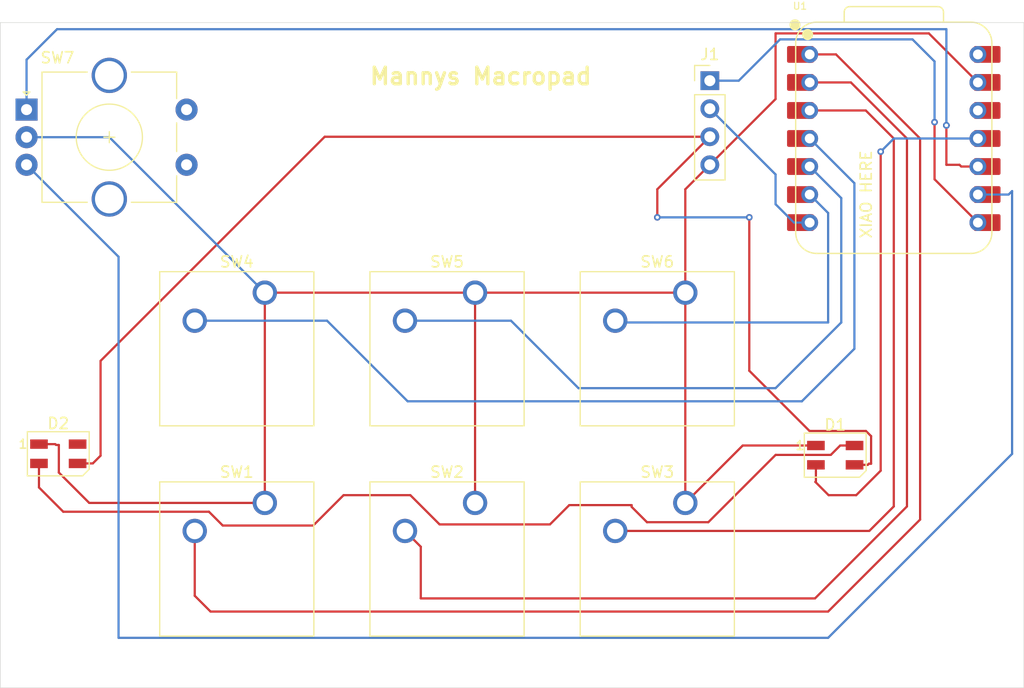
<source format=kicad_pcb>
(kicad_pcb (version 20241229) (generator "pcbnew") (generator_version "9.0")
  (layers (0 "F.Cu" signal) (2 "B.Cu" signal) (13 "F.Paste" user) (15 "B.Paste" user) (5 "F.SilkS" user "F.Silkscreen") (7 "B.SilkS" user "B.Silkscreen") (1 "F.Mask" user) (3 "B.Mask" user) (25 "Edge.Cuts" user))
  (net 0 "")
  (net 1 "VCC")
  (net 2 "GND")
  (net 3 "Net-(D1-DIN)")
  (net 4 "Net-(D1-DOUT)")
  (net 5 "Net-(J1-Pin_1)")
  (net 6 "Net-(J1-Pin_2)")
  (net 7 "Net-(U1-GPIO26{slash}ADC0{slash}A0)")
  (net 8 "Net-(U1-GPIO27{slash}ADC1{slash}A1)")
  (net 9 "Net-(U1-GPIO28{slash}ADC2{slash}A2)")
  (net 10 "Net-(U1-GPIO29{slash}ADC3{slash}A3)")
  (net 11 "Net-(U1-GPIO6{slash}SDA)")
  (net 12 "Net-(U1-GPIO7{slash}SCL)")
  (net 13 "Net-(U1-GPIO2{slash}SCK)")
  (net 14 "Net-(U1-GPIO4{slash}MISO)")
  (net 15 "+5V")
  (footprint "Rotary_Encoder:RotaryEncoder_Alps_EC11E-Switch_Vertical_H20mm_CircularMountingHoles" (layer "F.Cu") (at 85.725 37.8625)
    (property "Reference" "SW7" (at 2.8 -4.7 0) (layer "F.SilkS"))
    (property "Value" "RotaryEncoder")
    (fp_line (start -0.3 -1.6) (end 0.3 -1.6) (stroke (width 0.12)) (layer "F.SilkS"))
    (fp_line (start 0 -1.3) (end -0.3 -1.6) (stroke (width 0.12)) (layer "F.SilkS"))
    (fp_line (start 0.3 -1.6) (end 0 -1.3) (stroke (width 0.12)) (layer "F.SilkS"))
    (fp_line (start 1.4 -3.4) (end 1.4 8.4) (stroke (width 0.12)) (layer "F.SilkS"))
    (fp_line (start 5.5 -3.4) (end 1.4 -3.4) (stroke (width 0.12)) (layer "F.SilkS"))
    (fp_line (start 5.5 8.4) (end 1.4 8.4) (stroke (width 0.12)) (layer "F.SilkS"))
    (fp_line (start 7 2.5) (end 8 2.5) (stroke (width 0.12)) (layer "F.SilkS"))
    (fp_line (start 7.5 2) (end 7.5 3) (stroke (width 0.12)) (layer "F.SilkS"))
    (fp_line (start 9.5 -3.4) (end 13.6 -3.4) (stroke (width 0.12)) (layer "F.SilkS"))
    (fp_line (start 13.6 -3.4) (end 13.6 -1) (stroke (width 0.12)) (layer "F.SilkS"))
    (fp_line (start 13.6 1.2) (end 13.6 3.8) (stroke (width 0.12)) (layer "F.SilkS"))
    (fp_line (start 13.6 6) (end 13.6 8.4) (stroke (width 0.12)) (layer "F.SilkS"))
    (fp_line (start 13.6 8.4) (end 9.5 8.4) (stroke (width 0.12)) (layer "F.SilkS"))
    (fp_circle (center 7.5 2.5) (end 10.5 2.5) (stroke (width 0.12)) (fill no) (layer "F.SilkS"))
    (pad "A" thru_hole rect (at 0 0) (size 2 2) (drill 1) (layers "*.Cu" "*.Mask") (net 14 "Net-(U1-GPIO4{slash}MISO)"))
    (pad "B" thru_hole circle (at 0 5) (size 2 2) (drill 1) (layers "*.Cu" "*.Mask") (net 13 "Net-(U1-GPIO2{slash}SCK)"))
    (pad "C" thru_hole circle (at 0 2.5) (size 2 2) (drill 1) (layers "*.Cu" "*.Mask") (net 2 "GND"))
    (pad "MP" thru_hole circle (at 7.5 -3.1) (size 3.2 3.2) (drill 2.6) (layers "*.Cu" "*.Mask"))
    (pad "MP" thru_hole circle (at 7.5 8.1) (size 3.2 3.2) (drill 2.6) (layers "*.Cu" "*.Mask"))
    (pad "S1" thru_hole circle (at 14.5 5) (size 2 2) (drill 1) (layers "*.Cu" "*.Mask"))
    (pad "S2" thru_hole circle (at 14.5 0) (size 2 2) (drill 1) (layers "*.Cu" "*.Mask"))
  )
  (footprint "Button_Switch_Keyboard:SW_Cherry_MX_1.00u_PCB" (layer "F.Cu") (at 145.415 73.50125)
    (property "Reference" "SW3" (at -2.54 -2.794 0) (layer "F.SilkS"))
    (property "Value" "SW_Push")
    (fp_line (start -9.525 -1.905) (end 4.445 -1.905) (stroke (width 0.12)) (layer "F.SilkS"))
    (fp_line (start -9.525 12.065) (end -9.525 -1.905) (stroke (width 0.12)) (layer "F.SilkS"))
    (fp_line (start 4.445 -1.905) (end 4.445 12.065) (stroke (width 0.12)) (layer "F.SilkS"))
    (fp_line (start 4.445 12.065) (end -9.525 12.065) (stroke (width 0.12)) (layer "F.SilkS"))
    (pad "" np_thru_hole circle (at -7.62 5.08) (size 1.7 1.7) (drill 1.7) (layers "*.Cu" "*.Mask"))
    (pad "" np_thru_hole circle (at -2.54 5.08) (size 4 4) (drill 4) (layers "*.Cu" "*.Mask"))
    (pad "" np_thru_hole circle (at 2.54 5.08) (size 1.7 1.7) (drill 1.7) (layers "*.Cu" "*.Mask"))
    (pad "1" thru_hole circle (at 0 0) (size 2.2 2.2) (drill 1.5) (layers "*.Cu" "*.Mask") (net 2 "GND"))
    (pad "2" thru_hole circle (at -6.35 2.54) (size 2.2 2.2) (drill 1.5) (layers "*.Cu" "*.Mask") (net 9 "Net-(U1-GPIO28{slash}ADC2{slash}A2)"))
  )
  (footprint "Button_Switch_Keyboard:SW_Cherry_MX_1.00u_PCB" (layer "F.Cu") (at 145.415 54.45125)
    (property "Reference" "SW6" (at -2.54 -2.794 0) (layer "F.SilkS"))
    (property "Value" "SW_Push")
    (fp_line (start -9.525 -1.905) (end 4.445 -1.905) (stroke (width 0.12)) (layer "F.SilkS"))
    (fp_line (start -9.525 12.065) (end -9.525 -1.905) (stroke (width 0.12)) (layer "F.SilkS"))
    (fp_line (start 4.445 -1.905) (end 4.445 12.065) (stroke (width 0.12)) (layer "F.SilkS"))
    (fp_line (start 4.445 12.065) (end -9.525 12.065) (stroke (width 0.12)) (layer "F.SilkS"))
    (pad "" np_thru_hole circle (at -7.62 5.08) (size 1.7 1.7) (drill 1.7) (layers "*.Cu" "*.Mask"))
    (pad "" np_thru_hole circle (at -2.54 5.08) (size 4 4) (drill 4) (layers "*.Cu" "*.Mask"))
    (pad "" np_thru_hole circle (at 2.54 5.08) (size 1.7 1.7) (drill 1.7) (layers "*.Cu" "*.Mask"))
    (pad "1" thru_hole circle (at 0 0) (size 2.2 2.2) (drill 1.5) (layers "*.Cu" "*.Mask") (net 2 "GND"))
    (pad "2" thru_hole circle (at -6.35 2.54) (size 2.2 2.2) (drill 1.5) (layers "*.Cu" "*.Mask") (net 12 "Net-(U1-GPIO7{slash}SCL)"))
  )
  (footprint "LED_SMD:LED_SK6812MINI_PLCC4_3.5x3.5mm_P1.75mm" (layer "F.Cu") (at 159 69.175)
    (property "Reference" "D1" (at 0 -2.75 0) (layer "F.SilkS"))
    (property "Value" "SK6812")
    (fp_line (start -2.8 -2) (end -2.8 2) (stroke (width 0.12)) (layer "F.SilkS"))
    (fp_line (start -2.8 -2) (end 2.8 -2) (stroke (width 0.12)) (layer "F.SilkS"))
    (fp_line (start -2.8 2) (end 2.2 2) (stroke (width 0.12)) (layer "F.SilkS"))
    (fp_line (start 2.8 1.4) (end 2.2 2) (stroke (width 0.12)) (layer "F.SilkS"))
    (fp_line (start 2.8 1.4) (end 2.8 -2) (stroke (width 0.12)) (layer "F.SilkS"))
    (fp_text user "1" (at -3.2 -0.875 0) (layer "F.SilkS") (effects (font (size 0.8 0.8))))
    (pad "1" smd rect (at -1.75 -0.875) (size 1.6 0.85) (layers "F.Cu" "F.Mask" "F.Paste") (net 2 "GND"))
    (pad "2" smd rect (at -1.75 0.875) (size 1.6 0.85) (layers "F.Cu" "F.Mask" "F.Paste") (net 3 "Net-(D1-DIN)"))
    (pad "3" smd rect (at 1.75 0.875) (size 1.6 0.85) (layers "F.Cu" "F.Mask" "F.Paste") (net 1 "VCC"))
    (pad "4" smd rect (at 1.75 -0.875) (size 1.6 0.85) (layers "F.Cu" "F.Mask" "F.Paste") (net 4 "Net-(D1-DOUT)"))
  )
  (footprint "Button_Switch_Keyboard:SW_Cherry_MX_1.00u_PCB" (layer "F.Cu") (at 107.315 73.50125)
    (property "Reference" "SW1" (at -2.54 -2.794 0) (layer "F.SilkS"))
    (property "Value" "SW_Push")
    (fp_line (start -9.525 -1.905) (end 4.445 -1.905) (stroke (width 0.12)) (layer "F.SilkS"))
    (fp_line (start -9.525 12.065) (end -9.525 -1.905) (stroke (width 0.12)) (layer "F.SilkS"))
    (fp_line (start 4.445 -1.905) (end 4.445 12.065) (stroke (width 0.12)) (layer "F.SilkS"))
    (fp_line (start 4.445 12.065) (end -9.525 12.065) (stroke (width 0.12)) (layer "F.SilkS"))
    (pad "" np_thru_hole circle (at -7.62 5.08) (size 1.7 1.7) (drill 1.7) (layers "*.Cu" "*.Mask"))
    (pad "" np_thru_hole circle (at -2.54 5.08) (size 4 4) (drill 4) (layers "*.Cu" "*.Mask"))
    (pad "" np_thru_hole circle (at 2.54 5.08) (size 1.7 1.7) (drill 1.7) (layers "*.Cu" "*.Mask"))
    (pad "1" thru_hole circle (at 0 0) (size 2.2 2.2) (drill 1.5) (layers "*.Cu" "*.Mask") (net 2 "GND"))
    (pad "2" thru_hole circle (at -6.35 2.54) (size 2.2 2.2) (drill 1.5) (layers "*.Cu" "*.Mask") (net 7 "Net-(U1-GPIO26{slash}ADC0{slash}A0)"))
  )
  (footprint "Button_Switch_Keyboard:SW_Cherry_MX_1.00u_PCB" (layer "F.Cu") (at 126.365 54.45125)
    (property "Reference" "SW5" (at -2.54 -2.794 0) (layer "F.SilkS"))
    (property "Value" "SW_Push")
    (fp_line (start -9.525 -1.905) (end 4.445 -1.905) (stroke (width 0.12)) (layer "F.SilkS"))
    (fp_line (start -9.525 12.065) (end -9.525 -1.905) (stroke (width 0.12)) (layer "F.SilkS"))
    (fp_line (start 4.445 -1.905) (end 4.445 12.065) (stroke (width 0.12)) (layer "F.SilkS"))
    (fp_line (start 4.445 12.065) (end -9.525 12.065) (stroke (width 0.12)) (layer "F.SilkS"))
    (pad "" np_thru_hole circle (at -7.62 5.08) (size 1.7 1.7) (drill 1.7) (layers "*.Cu" "*.Mask"))
    (pad "" np_thru_hole circle (at -2.54 5.08) (size 4 4) (drill 4) (layers "*.Cu" "*.Mask"))
    (pad "" np_thru_hole circle (at 2.54 5.08) (size 1.7 1.7) (drill 1.7) (layers "*.Cu" "*.Mask"))
    (pad "1" thru_hole circle (at 0 0) (size 2.2 2.2) (drill 1.5) (layers "*.Cu" "*.Mask") (net 2 "GND"))
    (pad "2" thru_hole circle (at -6.35 2.54) (size 2.2 2.2) (drill 1.5) (layers "*.Cu" "*.Mask") (net 11 "Net-(U1-GPIO6{slash}SDA)"))
  )
  (footprint "OPL Lib:XIAO-RP2040-DIP" (layer "F.Cu") (at 164.30625 40.48125)
    (property "Reference" "U1" (at -8.5 -12 0) (layer "F.SilkS") (effects (font (size 0.635 0.635) (thickness 0.1016))))
    (property "Value" "XIAO-RP2040-DIP")
    (fp_line (start -8.89 8.509) (end -8.89 -8.636) (stroke (width 0.127)) (layer "F.SilkS"))
    (fp_line (start -6.985 10.414) (end 6.985 10.414) (stroke (width 0.127)) (layer "F.SilkS"))
    (fp_line (start -4.495 -10.541) (end -4.491272 -11.451272) (stroke (width 0.127)) (layer "F.SilkS"))
    (fp_line (start -3.991272 -11.951) (end 4.004 -11.951) (stroke (width 0.127)) (layer "F.SilkS"))
    (fp_line (start 4.504 -11.451) (end 4.504 -10.541) (stroke (width 0.127)) (layer "F.SilkS"))
    (fp_line (start 6.985 -10.541) (end -6.985 -10.541) (stroke (width 0.1)) (layer "F.SilkS"))
    (fp_line (start 6.985 -10.541) (end -6.985 -10.541) (stroke (width 0.127)) (layer "F.SilkS"))
    (fp_line (start 8.89 8.509) (end 8.89 -8.636) (stroke (width 0.127)) (layer "F.SilkS"))
    (fp_arc (start -8.89 -8.636) (mid -8.332038 -9.983038) (end -6.985 -10.541) (stroke (width 0.127)) (layer "F.SilkS"))
    (fp_arc (start -6.985 10.414) (mid -8.332038 9.856038) (end -8.89 8.509) (stroke (width 0.127)) (layer "F.SilkS"))
    (fp_arc (start -4.491272 -11.451272) (mid -4.344728 -11.80464) (end -3.991272 -11.951) (stroke (width 0.127)) (layer "F.SilkS"))
    (fp_arc (start 4.004 -11.951) (mid 4.357553 -11.804553) (end 4.504 -11.451) (stroke (width 0.127)) (layer "F.SilkS"))
    (fp_arc (start 6.985 -10.541) (mid 8.332038 -9.983038) (end 8.89 -8.636) (stroke (width 0.127)) (layer "F.SilkS"))
    (fp_arc (start 8.89 8.509) (mid 8.332038 9.856038) (end 6.985 10.414) (stroke (width 0.127)) (layer "F.SilkS"))
    (fp_circle (center -8.95 -10.3) (end -8.95 -10.554) (stroke (width 0.5)) (fill yes) (layer "F.SilkS"))
    (fp_circle (center -7.807 -9.42) (end -7.807 -9.674) (stroke (width 0.5)) (fill yes) (layer "F.SilkS"))
    (pad "1" smd roundrect (at -8.455 -7.62 180) (size 2.432 1.524) (layers "F.Cu" "F.Mask") (roundrect_rratio 0.1) (net 7 "Net-(U1-GPIO26{slash}ADC0{slash}A0)"))
    (pad "1" thru_hole circle (at -7.62 -7.62 180) (size 1.524 1.524) (drill 0.889) (layers "*.Cu" "*.Mask") (net 7 "Net-(U1-GPIO26{slash}ADC0{slash}A0)"))
    (pad "2" smd roundrect (at -8.455 -5.08 180) (size 2.432 1.524) (layers "F.Cu" "F.Mask") (roundrect_rratio 0.1) (net 8 "Net-(U1-GPIO27{slash}ADC1{slash}A1)"))
    (pad "2" thru_hole circle (at -7.62 -5.08 180) (size 1.524 1.524) (drill 0.889) (layers "*.Cu" "*.Mask") (net 8 "Net-(U1-GPIO27{slash}ADC1{slash}A1)"))
    (pad "3" smd roundrect (at -8.455 -2.54 180) (size 2.432 1.524) (layers "F.Cu" "F.Mask") (roundrect_rratio 0.1) (net 9 "Net-(U1-GPIO28{slash}ADC2{slash}A2)"))
    (pad "3" thru_hole circle (at -7.62 -2.54 180) (size 1.524 1.524) (drill 0.889) (layers "*.Cu" "*.Mask") (net 9 "Net-(U1-GPIO28{slash}ADC2{slash}A2)"))
    (pad "4" smd roundrect (at -8.455 0 180) (size 2.432 1.524) (layers "F.Cu" "F.Mask") (roundrect_rratio 0.1) (net 10 "Net-(U1-GPIO29{slash}ADC3{slash}A3)"))
    (pad "4" thru_hole circle (at -7.62 0 180) (size 1.524 1.524) (drill 0.889) (layers "*.Cu" "*.Mask") (net 10 "Net-(U1-GPIO29{slash}ADC3{slash}A3)"))
    (pad "5" smd roundrect (at -8.455 2.54 180) (size 2.432 1.524) (layers "F.Cu" "F.Mask") (roundrect_rratio 0.1) (net 11 "Net-(U1-GPIO6{slash}SDA)"))
    (pad "5" thru_hole circle (at -7.62 2.54 180) (size 1.524 1.524) (drill 0.889) (layers "*.Cu" "*.Mask") (net 11 "Net-(U1-GPIO6{slash}SDA)"))
    (pad "6" smd roundrect (at -8.455 5.08 180) (size 2.432 1.524) (layers "F.Cu" "F.Mask") (roundrect_rratio 0.1) (net 12 "Net-(U1-GPIO7{slash}SCL)"))
    (pad "6" thru_hole circle (at -7.62 5.08 180) (size 1.524 1.524) (drill 0.889) (layers "*.Cu" "*.Mask") (net 12 "Net-(U1-GPIO7{slash}SCL)"))
    (pad "7" smd roundrect (at -8.455 7.62 180) (size 2.432 1.524) (layers "F.Cu" "F.Mask") (roundrect_rratio 0.1) (net 6 "Net-(J1-Pin_2)"))
    (pad "7" thru_hole circle (at -7.62 7.62 180) (size 1.524 1.524) (drill 0.889) (layers "*.Cu" "*.Mask") (net 6 "Net-(J1-Pin_2)"))
    (pad "8" thru_hole circle (at 7.62 7.62) (size 1.524 1.524) (drill 0.889) (layers "*.Cu" "*.Mask") (net 5 "Net-(J1-Pin_1)"))
    (pad "8" smd roundrect (at 8.455 7.62) (size 2.432 1.524) (layers "F.Cu" "F.Mask") (roundrect_rratio 0.1) (net 5 "Net-(J1-Pin_1)"))
    (pad "9" thru_hole circle (at 7.62 5.08) (size 1.524 1.524) (drill 0.889) (layers "*.Cu" "*.Mask") (net 13 "Net-(U1-GPIO2{slash}SCK)"))
    (pad "9" smd roundrect (at 8.455 5.08) (size 2.432 1.524) (layers "F.Cu" "F.Mask") (roundrect_rratio 0.1) (net 13 "Net-(U1-GPIO2{slash}SCK)"))
    (pad "10" thru_hole circle (at 7.62 2.54) (size 1.524 1.524) (drill 0.889) (layers "*.Cu" "*.Mask") (net 14 "Net-(U1-GPIO4{slash}MISO)"))
    (pad "10" smd roundrect (at 8.455 2.54) (size 2.432 1.524) (layers "F.Cu" "F.Mask") (roundrect_rratio 0.1) (net 14 "Net-(U1-GPIO4{slash}MISO)"))
    (pad "11" thru_hole circle (at 7.62 0) (size 1.524 1.524) (drill 0.889) (layers "*.Cu" "*.Mask") (net 3 "Net-(D1-DIN)"))
    (pad "11" smd roundrect (at 8.455 0) (size 2.432 1.524) (layers "F.Cu" "F.Mask") (roundrect_rratio 0.1) (net 3 "Net-(D1-DIN)"))
    (pad "12" thru_hole circle (at 7.62 -2.54) (size 1.524 1.524) (drill 0.889) (layers "*.Cu" "*.Mask"))
    (pad "12" smd roundrect (at 8.455 -2.54) (size 2.432 1.524) (layers "F.Cu" "F.Mask") (roundrect_rratio 0.1))
    (pad "13" thru_hole circle (at 7.62 -5.08) (size 1.524 1.524) (drill 0.889) (layers "*.Cu" "*.Mask") (net 2 "GND"))
    (pad "13" smd roundrect (at 8.455 -5.08) (size 2.432 1.524) (layers "F.Cu" "F.Mask") (roundrect_rratio 0.1) (net 2 "GND"))
    (pad "14" thru_hole circle (at 7.62 -7.62) (size 1.524 1.524) (drill 0.889) (layers "*.Cu" "*.Mask") (net 15 "+5V"))
    (pad "14" smd roundrect (at 8.455 -7.62) (size 2.432 1.524) (layers "F.Cu" "F.Mask") (roundrect_rratio 0.1) (net 15 "+5V"))
  )
  (footprint "LED_SMD:LED_SK6812MINI_PLCC4_3.5x3.5mm_P1.75mm" (layer "F.Cu") (at 88.6 69.05)
    (property "Reference" "D2" (at 0 -2.75 0) (layer "F.SilkS"))
    (property "Value" "SK6812")
    (fp_line (start -2.8 -2) (end -2.8 2) (stroke (width 0.12)) (layer "F.SilkS"))
    (fp_line (start -2.8 -2) (end 2.8 -2) (stroke (width 0.12)) (layer "F.SilkS"))
    (fp_line (start -2.8 2) (end 2.2 2) (stroke (width 0.12)) (layer "F.SilkS"))
    (fp_line (start 2.8 1.4) (end 2.2 2) (stroke (width 0.12)) (layer "F.SilkS"))
    (fp_line (start 2.8 1.4) (end 2.8 -2) (stroke (width 0.12)) (layer "F.SilkS"))
    (fp_text user "1" (at -3.2 -0.875 0) (layer "F.SilkS") (effects (font (size 0.8 0.8))))
    (pad "1" smd rect (at -1.75 -0.875) (size 1.6 0.85) (layers "F.Cu" "F.Mask" "F.Paste") (net 2 "GND"))
    (pad "2" smd rect (at -1.75 0.875) (size 1.6 0.85) (layers "F.Cu" "F.Mask" "F.Paste") (net 4 "Net-(D1-DOUT)"))
    (pad "3" smd rect (at 1.75 0.875) (size 1.6 0.85) (layers "F.Cu" "F.Mask" "F.Paste") (net 1 "VCC"))
    (pad "4" smd rect (at 1.75 -0.875) (size 1.6 0.85) (layers "F.Cu" "F.Mask" "F.Paste"))
  )
  (footprint "Connector_PinHeader_2.54mm:PinHeader_1x04_P2.54mm_Vertical" (layer "F.Cu") (at 147.6375 35.2425)
    (property "Reference" "J1" (at 0 -2.38 0) (layer "F.SilkS"))
    (property "Value" "OLED_DISPLAY")
    (fp_line (start -1.38 -1.38) (end 0 -1.38) (stroke (width 0.12)) (layer "F.SilkS"))
    (fp_line (start -1.38 0) (end -1.38 -1.38) (stroke (width 0.12)) (layer "F.SilkS"))
    (fp_line (start -1.38 1.27) (end -1.38 9) (stroke (width 0.12)) (layer "F.SilkS"))
    (fp_line (start -1.38 1.27) (end 1.38 1.27) (stroke (width 0.12)) (layer "F.SilkS"))
    (fp_line (start -1.38 9) (end 1.38 9) (stroke (width 0.12)) (layer "F.SilkS"))
    (fp_line (start 1.38 1.27) (end 1.38 9) (stroke (width 0.12)) (layer "F.SilkS"))
    (pad "1" thru_hole rect (at 0 0) (size 1.7 1.7) (drill 1) (layers "*.Cu" "*.Mask") (net 5 "Net-(J1-Pin_1)"))
    (pad "2" thru_hole circle (at 0 2.54) (size 1.7 1.7) (drill 1) (layers "*.Cu" "*.Mask") (net 6 "Net-(J1-Pin_2)"))
    (pad "3" thru_hole circle (at 0 5.08) (size 1.7 1.7) (drill 1) (layers "*.Cu" "*.Mask") (net 1 "VCC"))
    (pad "4" thru_hole circle (at 0 7.62) (size 1.7 1.7) (drill 1) (layers "*.Cu" "*.Mask") (net 2 "GND"))
  )
  (footprint "Button_Switch_Keyboard:SW_Cherry_MX_1.00u_PCB" (layer "F.Cu") (at 126.365 73.50125)
    (property "Reference" "SW2" (at -2.54 -2.794 0) (layer "F.SilkS"))
    (property "Value" "SW_Push")
    (fp_line (start -9.525 -1.905) (end 4.445 -1.905) (stroke (width 0.12)) (layer "F.SilkS"))
    (fp_line (start -9.525 12.065) (end -9.525 -1.905) (stroke (width 0.12)) (layer "F.SilkS"))
    (fp_line (start 4.445 -1.905) (end 4.445 12.065) (stroke (width 0.12)) (layer "F.SilkS"))
    (fp_line (start 4.445 12.065) (end -9.525 12.065) (stroke (width 0.12)) (layer "F.SilkS"))
    (pad "" np_thru_hole circle (at -7.62 5.08) (size 1.7 1.7) (drill 1.7) (layers "*.Cu" "*.Mask"))
    (pad "" np_thru_hole circle (at -2.54 5.08) (size 4 4) (drill 4) (layers "*.Cu" "*.Mask"))
    (pad "" np_thru_hole circle (at 2.54 5.08) (size 1.7 1.7) (drill 1.7) (layers "*.Cu" "*.Mask"))
    (pad "1" thru_hole circle (at 0 0) (size 2.2 2.2) (drill 1.5) (layers "*.Cu" "*.Mask") (net 2 "GND"))
    (pad "2" thru_hole circle (at -6.35 2.54) (size 2.2 2.2) (drill 1.5) (layers "*.Cu" "*.Mask") (net 8 "Net-(U1-GPIO27{slash}ADC1{slash}A1)"))
  )
  (footprint "Button_Switch_Keyboard:SW_Cherry_MX_1.00u_PCB" (layer "F.Cu") (at 107.315 54.45125)
    (property "Reference" "SW4" (at -2.54 -2.794 0) (layer "F.SilkS"))
    (property "Value" "SW_Push")
    (fp_line (start -9.525 -1.905) (end 4.445 -1.905) (stroke (width 0.12)) (layer "F.SilkS"))
    (fp_line (start -9.525 12.065) (end -9.525 -1.905) (stroke (width 0.12)) (layer "F.SilkS"))
    (fp_line (start 4.445 -1.905) (end 4.445 12.065) (stroke (width 0.12)) (layer "F.SilkS"))
    (fp_line (start 4.445 12.065) (end -9.525 12.065) (stroke (width 0.12)) (layer "F.SilkS"))
    (pad "" np_thru_hole circle (at -7.62 5.08) (size 1.7 1.7) (drill 1.7) (layers "*.Cu" "*.Mask"))
    (pad "" np_thru_hole circle (at -2.54 5.08) (size 4 4) (drill 4) (layers "*.Cu" "*.Mask"))
    (pad "" np_thru_hole circle (at 2.54 5.08) (size 1.7 1.7) (drill 1.7) (layers "*.Cu" "*.Mask"))
    (pad "1" thru_hole circle (at 0 0) (size 2.2 2.2) (drill 1.5) (layers "*.Cu" "*.Mask") (net 2 "GND"))
    (pad "2" thru_hole circle (at -6.35 2.54) (size 2.2 2.2) (drill 1.5) (layers "*.Cu" "*.Mask") (net 10 "Net-(U1-GPIO29{slash}ADC3{slash}A3)"))
  )
  (gr_rect (start 83.34375 29.97625) (end 176.09375 90.25) (stroke (width 0.05)) (fill no) (layer "Edge.Cuts"))
  (gr_text "Mannys Macropad" (at 116.68125 35.71875 0) (layer "F.SilkS") (effects (font (size 1.5 1.5) (thickness 0.3) (bold yes)) (justify left bottom)))
  (gr_text "XIAO HERE" (at 162.39 49.62 90) (layer "F.SilkS") (effects (font (size 1 1)) (justify left bottom)))
  (segment (start 151.21255 61.52505) (end 151.21255 47.626) (width 0.2) (layer "F.Cu") (net 1))
  (segment (start 162.05 69.95) (end 161.95 70.05) (width 0.2) (layer "F.Cu") (net 1))
  (segment (start 91.725 69.925) (end 90.35 69.925) (width 0.2) (layer "F.Cu") (net 1))
  (segment (start 161.95 70.05) (end 160.75 70.05) (width 0.2) (layer "F.Cu") (net 1))
  (segment (start 142.878 47.626) (end 142.878 45.082) (width 0.2) (layer "F.Cu") (net 1))
  (segment (start 162.25 67.45) (end 162.25 69.95) (width 0.2) (layer "F.Cu") (net 1))
  (segment (start 92.43125 69.21875) (end 91.725 69.925) (width 0.2) (layer "F.Cu") (net 1))
  (segment (start 156.66875 66.98125) (end 161.78125 66.98125) (width 0.2) (layer "F.Cu") (net 1))
  (segment (start 156.66875 66.98125) (end 151.21255 61.52505) (width 0.2) (layer "F.Cu") (net 1))
  (segment (start 92.43125 60.63125) (end 112.74 40.3225) (width 0.2) (layer "F.Cu") (net 1))
  (segment (start 112.74 40.3225) (end 147.6375 40.3225) (width 0.2) (layer "F.Cu") (net 1))
  (segment (start 161.78125 66.98125) (end 162.25 67.45) (width 0.2) (layer "F.Cu") (net 1))
  (segment (start 92.43125 60.63125) (end 92.43125 69.21875) (width 0.2) (layer "F.Cu") (net 1))
  (segment (start 142.878 45.082) (end 147.6375 40.3225) (width 0.2) (layer "F.Cu") (net 1))
  (segment (start 162.25 69.95) (end 162.05 69.95) (width 0.2) (layer "F.Cu") (net 1))
  (via (at 151.21255 47.626) (size 0.6) (drill 0.3) (layers "F.Cu" "B.Cu") (net 1))
  (via (at 142.878 47.626) (size 0.6) (drill 0.3) (layers "F.Cu" "B.Cu") (net 1))
  (segment (start 151.21255 47.626) (end 142.878 47.626) (width 0.2) (layer "B.Cu") (net 1))
  (segment (start 88.65 70.75) (end 88.65 68.25) (width 0.2) (layer "F.Cu") (net 2))
  (segment (start 145.415 73.50125) (end 145.415 54.45125) (width 0.2) (layer "F.Cu") (net 2))
  (segment (start 107.315 73.50125) (end 107.315 54.45125) (width 0.2) (layer "F.Cu") (net 2))
  (segment (start 107.315 54.45125) (end 126.365 54.45125) (width 0.2) (layer "F.Cu") (net 2))
  (segment (start 88.4 68.25) (end 88.325 68.175) (width 0.2) (layer "F.Cu") (net 2))
  (segment (start 91.40125 73.50125) (end 88.65 70.75) (width 0.2) (layer "F.Cu") (net 2))
  (segment (start 167.4819 30.9569) (end 171.92625 35.40125) (width 0.2) (layer "F.Cu") (net 2))
  (segment (start 107.315 73.50125) (end 91.40125 73.50125) (width 0.2) (layer "F.Cu") (net 2))
  (segment (start 145.415 54.45125) (end 145.415 45.085) (width 0.2) (layer "F.Cu") (net 2))
  (segment (start 88.325 68.175) (end 86.85 68.175) (width 0.2) (layer "F.Cu") (net 2))
  (segment (start 126.365 73.50125) (end 126.365 54.45125) (width 0.2) (layer "F.Cu") (net 2))
  (segment (start 88.65 68.25) (end 88.4 68.25) (width 0.2) (layer "F.Cu") (net 2))
  (segment (start 145.415 73.50125) (end 150.61625 68.3) (width 0.2) (layer "F.Cu") (net 2))
  (segment (start 150.61625 68.3) (end 157.25 68.3) (width 0.2) (layer "F.Cu") (net 2))
  (segment (start 147.6375 42.8625) (end 153.59385 36.90615) (width 0.2) (layer "F.Cu") (net 2))
  (segment (start 145.415 45.085) (end 147.6375 42.8625) (width 0.2) (layer "F.Cu") (net 2))
  (segment (start 153.59385 30.9569) (end 167.4819 30.9569) (width 0.2) (layer "F.Cu") (net 2))
  (segment (start 153.59385 36.90615) (end 153.59385 30.9569) (width 0.2) (layer "F.Cu") (net 2))
  (segment (start 126.365 54.45125) (end 145.415 54.45125) (width 0.2) (layer "F.Cu") (net 2))
  (segment (start 85.725 40.3625) (end 93.22625 40.3625) (width 0.2) (layer "B.Cu") (net 2))
  (segment (start 93.22625 40.3625) (end 107.315 54.45125) (width 0.2) (layer "B.Cu") (net 2))
  (segment (start 157.2 71.6) (end 157.25 71.55) (width 0.2) (layer "F.Cu") (net 3))
  (segment (start 157.25 71.55) (end 157.25 70.05) (width 0.2) (layer "F.Cu") (net 3))
  (segment (start 158.4 72.8) (end 157.2 71.6) (width 0.2) (layer "F.Cu") (net 3))
  (segment (start 160.9 72.8) (end 158.4 72.8) (width 0.2) (layer "F.Cu") (net 3))
  (segment (start 163.11905 41.67275) (end 163.11905 70.58095) (width 0.2) (layer "F.Cu") (net 3))
  (segment (start 163.11905 70.58095) (end 160.9 72.8) (width 0.2) (layer "F.Cu") (net 3))
  (via (at 163.11905 41.67275) (size 0.6) (drill 0.3) (layers "F.Cu" "B.Cu") (net 3))
  (segment (start 163.11905 41.67275) (end 164.31055 40.48125) (width 0.2) (layer "B.Cu") (net 3))
  (segment (start 164.31055 40.48125) (end 171.92625 40.48125) (width 0.2) (layer "B.Cu") (net 3))
  (segment (start 141.944936 75.25) (end 140.55 73.855064) (width 0.2) (layer "F.Cu") (net 4))
  (segment (start 159.45 68.3) (end 158.6 69.15) (width 0.2) (layer "F.Cu") (net 4))
  (segment (start 103.5 75.55) (end 102.25 74.3) (width 0.2) (layer "F.Cu") (net 4))
  (segment (start 140.55 73.7) (end 134.9 73.7) (width 0.2) (layer "F.Cu") (net 4))
  (segment (start 160.75 68.3) (end 159.45 68.3) (width 0.2) (layer "F.Cu") (net 4))
  (segment (start 89.05 74.3) (end 86.85 72.1) (width 0.2) (layer "F.Cu") (net 4))
  (segment (start 86.85 72.1) (end 86.85 69.925) (width 0.2) (layer "F.Cu") (net 4))
  (segment (start 147.5 75.25) (end 141.944936 75.25) (width 0.2) (layer "F.Cu") (net 4))
  (segment (start 158.6 69.15) (end 153.6 69.15) (width 0.2) (layer "F.Cu") (net 4))
  (segment (start 102.25 74.3) (end 89.05 74.3) (width 0.2) (layer "F.Cu") (net 4))
  (segment (start 120.5 72.8) (end 114.45 72.8) (width 0.2) (layer "F.Cu") (net 4))
  (segment (start 114.45 72.8) (end 111.7 75.55) (width 0.2) (layer "F.Cu") (net 4))
  (segment (start 133.15 75.45) (end 123.15 75.45) (width 0.2) (layer "F.Cu") (net 4))
  (segment (start 134.9 73.7) (end 133.15 75.45) (width 0.2) (layer "F.Cu") (net 4))
  (segment (start 140.55 73.855064) (end 140.55 73.7) (width 0.2) (layer "F.Cu") (net 4))
  (segment (start 123.15 75.45) (end 120.5 72.8) (width 0.2) (layer "F.Cu") (net 4))
  (segment (start 153.6 69.15) (end 147.5 75.25) (width 0.2) (layer "F.Cu") (net 4))
  (segment (start 111.7 75.55) (end 103.5 75.55) (width 0.2) (layer "F.Cu") (net 4))
  (segment (start 168 44.175) (end 171.92625 48.10125) (width 0.2) (layer "F.Cu") (net 5))
  (segment (start 168 39) (end 168 44.175) (width 0.2) (layer "F.Cu") (net 5))
  (via (at 168 39) (size 0.6) (drill 0.3) (layers "F.Cu" "B.Cu") (net 5))
  (segment (start 168 33.5) (end 168 39) (width 0.2) (layer "B.Cu") (net 5))
  (segment (start 166 31.5) (end 168 33.5) (width 0.2) (layer "B.Cu") (net 5))
  (segment (start 154 31.5) (end 166 31.5) (width 0.2) (layer "B.Cu") (net 5))
  (segment (start 147.6375 35.2425) (end 150.2575 35.2425) (width 0.2) (layer "B.Cu") (net 5))
  (segment (start 150.2575 35.2425) (end 154 31.5) (width 0.2) (layer "B.Cu") (net 5))
  (segment (start 153.59385 46.43535) (end 155.25975 48.10125) (width 0.2) (layer "B.Cu") (net 6))
  (segment (start 155.25975 48.10125) (end 156.68625 48.10125) (width 0.2) (layer "B.Cu") (net 6))
  (segment (start 147.6375 37.7825) (end 153.59385 43.73885) (width 0.2) (layer "B.Cu") (net 6))
  (segment (start 153.59385 43.73885) (end 153.59385 46.43535) (width 0.2) (layer "B.Cu") (net 6))
  (segment (start 166.691 40.4821) (end 159.07015 32.86125) (width 0.2) (layer "F.Cu") (net 7))
  (segment (start 100.965 76.04125) (end 100.965 81.9146) (width 0.2) (layer "F.Cu") (net 7))
  (segment (start 158.35645 83.3455) (end 166.691 75.01095) (width 0.2) (layer "F.Cu") (net 7))
  (segment (start 159.07015 32.86125) (end 156.68625 32.86125) (width 0.2) (layer "F.Cu") (net 7))
  (segment (start 100.965 81.9146) (end 102.3959 83.3455) (width 0.2) (layer "F.Cu") (net 7))
  (segment (start 102.3959 83.3455) (end 158.35645 83.3455) (width 0.2) (layer "F.Cu") (net 7))
  (segment (start 166.691 75.01095) (end 166.691 40.4821) (width 0.2) (layer "F.Cu") (net 7))
  (segment (start 120.015 76.04125) (end 121.4463 77.47255) (width 0.2) (layer "F.Cu") (net 8))
  (segment (start 165.50035 73.8203) (end 165.50035 40.4821) (width 0.2) (layer "F.Cu") (net 8))
  (segment (start 160.4195 35.40125) (end 156.68625 35.40125) (width 0.2) (layer "F.Cu") (net 8))
  (segment (start 157.1658 82.15485) (end 165.50035 73.8203) (width 0.2) (layer "F.Cu") (net 8))
  (segment (start 165.50035 40.4821) (end 160.4195 35.40125) (width 0.2) (layer "F.Cu") (net 8))
  (segment (start 121.4463 77.47255) (end 121.4463 82.15485) (width 0.2) (layer "F.Cu") (net 8))
  (segment (start 121.4463 82.15485) (end 157.1658 82.15485) (width 0.2) (layer "F.Cu") (net 8))
  (segment (start 162.08375 76.04125) (end 164.30625 73.81875) (width 0.2) (layer "F.Cu") (net 9))
  (segment (start 164.30625 73.81875) (end 164.30625 40.48125) (width 0.2) (layer "F.Cu") (net 9))
  (segment (start 164.30625 40.48125) (end 161.76625 37.94125) (width 0.2) (layer "F.Cu") (net 9))
  (segment (start 161.76625 37.94125) (end 156.68625 37.94125) (width 0.2) (layer "F.Cu") (net 9))
  (segment (start 139.065 76.04125) (end 162.08375 76.04125) (width 0.2) (layer "F.Cu") (net 9))
  (segment (start 112.9518 56.99125) (end 120.25565 64.2951) (width 0.2) (layer "B.Cu") (net 10))
  (segment (start 155.97515 64.2951) (end 160.73775 59.5325) (width 0.2) (layer "B.Cu") (net 10))
  (segment (start 160.73775 44.53275) (end 156.68625 40.48125) (width 0.2) (layer "B.Cu") (net 10))
  (segment (start 160.73775 59.5325) (end 160.73775 44.53275) (width 0.2) (layer "B.Cu") (net 10))
  (segment (start 100.965 56.99125) (end 112.9518 56.99125) (width 0.2) (layer "B.Cu") (net 10))
  (segment (start 120.25565 64.2951) (end 155.97515 64.2951) (width 0.2) (layer "B.Cu") (net 10))
  (segment (start 159.5471 57.1512) (end 159.5471 45.8821) (width 0.2) (layer "B.Cu") (net 11))
  (segment (start 120.015 56.99125) (end 129.6209 56.99125) (width 0.2) (layer "B.Cu") (net 11))
  (segment (start 159.5471 45.8821) (end 156.68625 43.02125) (width 0.2) (layer "B.Cu") (net 11))
  (segment (start 153.59385 63.10445) (end 159.5471 57.1512) (width 0.2) (layer "B.Cu") (net 11))
  (segment (start 135.7341 63.10445) (end 153.59385 63.10445) (width 0.2) (layer "B.Cu") (net 11))
  (segment (start 129.6209 56.99125) (end 135.7341 63.10445) (width 0.2) (layer "B.Cu") (net 11))
  (segment (start 139.065 56.99125) (end 139.22495 57.1512) (width 0.2) (layer "B.Cu") (net 12))
  (segment (start 158.35645 47.23145) (end 156.68625 45.56125) (width 0.2) (layer "B.Cu") (net 12))
  (segment (start 158.35645 57.1512) (end 158.35645 47.23145) (width 0.2) (layer "B.Cu") (net 12))
  (segment (start 139.22495 57.1512) (end 158.35645 57.1512) (width 0.2) (layer "B.Cu") (net 12))
  (segment (start 175.02555 45.2447) (end 174.709 45.56125) (width 0.2) (layer "B.Cu") (net 13))
  (segment (start 158.35645 85.7268) (end 175.02555 69.0577) (width 0.2) (layer "B.Cu") (net 13))
  (segment (start 94.06135 51.19885) (end 94.06135 85.7268) (width 0.2) (layer "B.Cu") (net 13))
  (segment (start 174.709 45.56125) (end 171.92625 45.56125) (width 0.2) (layer "B.Cu") (net 13))
  (segment (start 94.06135 85.7268) (end 158.35645 85.7268) (width 0.2) (layer "B.Cu") (net 13))
  (segment (start 85.725 42.8625) (end 94.06135 51.19885) (width 0.2) (layer "B.Cu") (net 13))
  (segment (start 175.02555 69.0577) (end 175.02555 45.2447) (width 0.2) (layer "B.Cu") (net 13))
  (segment (start 170.4208 43.02125) (end 171.92625 43.02125) (width 0.2) (layer "F.Cu") (net 14))
  (segment (start 169.0723 42.8634) (end 170.26295 42.8634) (width 0.2) (layer "F.Cu") (net 14))
  (segment (start 169.0723 39.29145) (end 169.0723 42.8634) (width 0.2) (layer "F.Cu") (net 14))
  (segment (start 170.26295 42.8634) (end 170.4208 43.02125) (width 0.2) (layer "F.Cu") (net 14))
  (via (at 169.0723 39.29145) (size 0.6) (drill 0.3) (layers "F.Cu" "B.Cu") (net 14))
  (via (at 169.0723 39.29145) (size 0.6) (drill 0.3) (layers "F.Cu" "B.Cu") (net 14))
  (via (at 169.0723 39.29145) (size 0.6) (drill 0.3) (layers "F.Cu" "B.Cu") (net 14))
  (segment (start 85.725 37.8625) (end 85.725 33.34) (width 0.2) (layer "B.Cu") (net 14))
  (segment (start 88.48775 30.57725) (end 169.0723 30.57725) (width 0.2) (layer "B.Cu") (net 14))
  (segment (start 85.725 33.34) (end 88.48775 30.57725) (width 0.2) (layer "B.Cu") (net 14))
  (segment (start 169.0723 30.57725) (end 169.0723 32.14755) (width 0.2) (layer "B.Cu") (net 14))
  (segment (start 169.0723 32.14755) (end 169.0723 39.29145) (width 0.2) (layer "B.Cu") (net 14))
)
</source>
